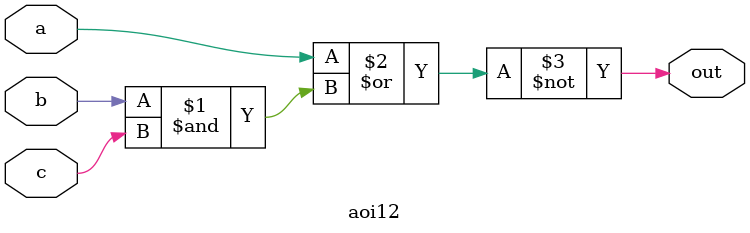
<source format=v>
`timescale 1ns/1ps

module aoi12(a, b, c, out);
input a, b, c;
output out;
assign out = ~(a | (b & c));
endmodule

</source>
